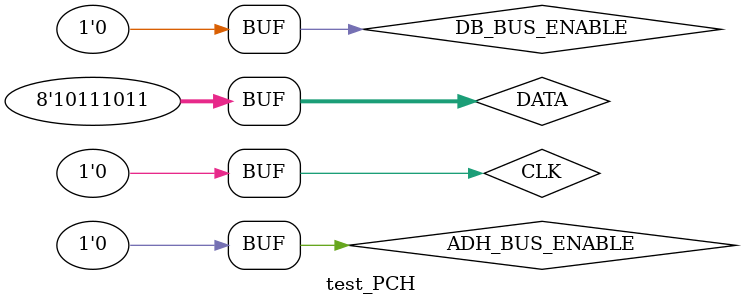
<source format=v>
`timescale 1ns / 1ps


module test_PCH;

	// Inputs
	reg DB_BUS_ENABLE;
	reg ADH_BUS_ENABLE;
	reg CLK;
	reg [7:0] DATA;

	// Outputs
	wire [7:0] DB_BUS;
	wire [7:0] ADH_BUS;
	wire [7:0] PCH_LOOP;

	// Instantiate the Unit Under Test (UUT)
	reg_PCH uut (
		.DB_BUS_ENABLE(DB_BUS_ENABLE), 
		.ADH_BUS_ENABLE(ADH_BUS_ENABLE), 
		.CLK(CLK), 
		.DATA(DATA), 
		.DB_BUS(DB_BUS), 
		.ADH_BUS(ADH_BUS), 
		.PCH_LOOP(PCH_LOOP)
	);

	initial begin
		// Initialize Inputs
		DB_BUS_ENABLE = 0;
		ADH_BUS_ENABLE = 0;
		CLK = 0;
		DATA = 0;

		// Wait 100 ns for global reset to finish
		#100;
        
		// Add stimulus here
		$monitor($time, ": CLOCK_SIGNAL: %b, DB_ENABLE_SIGNAL: %b, ADH_ENABLE_SIGNAL: %b, DATA_IN_STATE: %h, DB_DATA_OUT_STATE: %h, ADH_DATA_OUT_STATE: %h, LOOPBACK_DATA_OUT_STATE: %h",
		CLK, DB_BUS_ENABLE, ADH_BUS_ENABLE, DATA, DB_BUS, ADH_BUS, PCH_LOOP);
		
		#1;
		$display("Expected outputs: DB=XX, ADH=XX, LOOP=XX");
		
		DATA = 8'hAA;
		#1;
		$display("Expected outputs: DB=XX, ADH=XX, LOOP=XX");
		
		CLK = 1;
		#1;
		CLK = 0;
		#1;
		$display("Expected outputs: DB=XX, ADH=XX, LOOP=AA");
		
		DB_BUS_ENABLE = 1;
		#1;
		DB_BUS_ENABLE = 0;
		#1;
		$display("Expected outputs: DB=AA, ADH=XX, LOOP=AA");
		
		DATA = 8'hBB;
		#1;
		$display("Expected outputs: DB=AA, ADH=XX, LOOP=AA");
		
		CLK = 1;
		#1;
		CLK = 0;
		#1;
		$display("Expected outputs: DB=AA, ADH=XX, LOOP=BB");
		
		ADH_BUS_ENABLE = 1;
		#1;
		ADH_BUS_ENABLE = 0;
		#1;
		$display("Expected outputs: DB=AA, ADH=BB, LOOP=BB");
	end
      
endmodule


</source>
